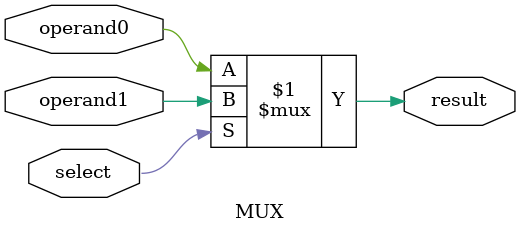
<source format=v>
module MUX #(parameter n = 1) (
    input select,
    input [n-1:0] operand0, operand1,
    output [n-1:0] result
);
    assign result = select ? operand1 : operand0;
endmodule
</source>
